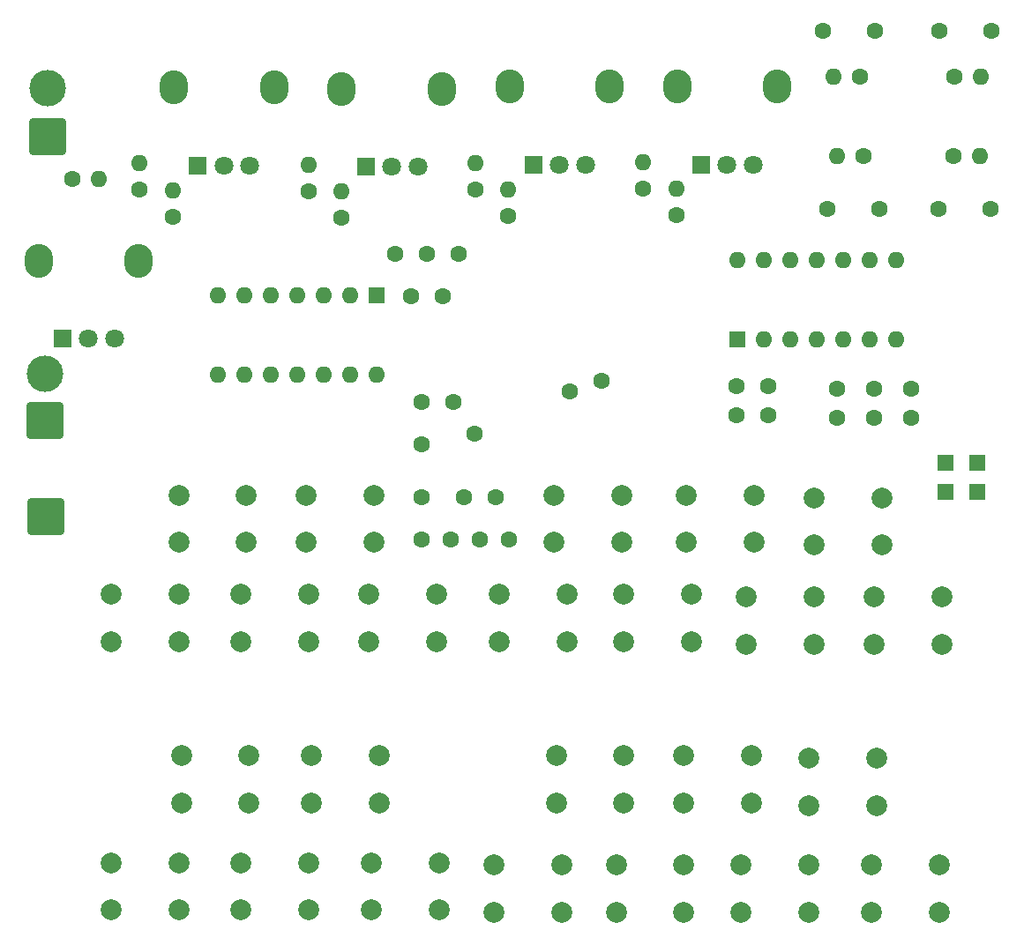
<source format=gbr>
%TF.GenerationSoftware,KiCad,Pcbnew,7.0.1-2.fc37*%
%TF.CreationDate,2023-04-06T11:21:41-04:00*%
%TF.ProjectId,synthesizer,73796e74-6865-4736-997a-65722e6b6963,rev?*%
%TF.SameCoordinates,Original*%
%TF.FileFunction,Soldermask,Bot*%
%TF.FilePolarity,Negative*%
%FSLAX46Y46*%
G04 Gerber Fmt 4.6, Leading zero omitted, Abs format (unit mm)*
G04 Created by KiCad (PCBNEW 7.0.1-2.fc37) date 2023-04-06 11:21:41*
%MOMM*%
%LPD*%
G01*
G04 APERTURE LIST*
G04 Aperture macros list*
%AMRoundRect*
0 Rectangle with rounded corners*
0 $1 Rounding radius*
0 $2 $3 $4 $5 $6 $7 $8 $9 X,Y pos of 4 corners*
0 Add a 4 corners polygon primitive as box body*
4,1,4,$2,$3,$4,$5,$6,$7,$8,$9,$2,$3,0*
0 Add four circle primitives for the rounded corners*
1,1,$1+$1,$2,$3*
1,1,$1+$1,$4,$5*
1,1,$1+$1,$6,$7*
1,1,$1+$1,$8,$9*
0 Add four rect primitives between the rounded corners*
20,1,$1+$1,$2,$3,$4,$5,0*
20,1,$1+$1,$4,$5,$6,$7,0*
20,1,$1+$1,$6,$7,$8,$9,0*
20,1,$1+$1,$8,$9,$2,$3,0*%
G04 Aperture macros list end*
%ADD10C,2.000000*%
%ADD11C,1.600000*%
%ADD12RoundRect,0.250000X-0.550000X-0.550000X0.550000X-0.550000X0.550000X0.550000X-0.550000X0.550000X0*%
%ADD13O,1.600000X1.600000*%
%ADD14R,1.600000X1.600000*%
%ADD15O,2.720000X3.240000*%
%ADD16R,1.800000X1.800000*%
%ADD17C,1.800000*%
%ADD18C,3.500000*%
%ADD19RoundRect,0.250002X-1.499998X-1.499998X1.499998X-1.499998X1.499998X1.499998X-1.499998X1.499998X0*%
G04 APERTURE END LIST*
D10*
%TO.C,F#_4*%
X79250000Y-105000000D03*
X85750000Y-105000000D03*
X79250000Y-109500000D03*
X85750000Y-109500000D03*
%TD*%
D11*
%TO.C,C_Sin1*%
X121145000Y-77470000D03*
X116145000Y-77470000D03*
%TD*%
D10*
%TO.C,D_3*%
X49250000Y-140250000D03*
X55750000Y-140250000D03*
X49250000Y-144750000D03*
X55750000Y-144750000D03*
%TD*%
D12*
%TO.C,3v3*%
X116840000Y-101854000D03*
%TD*%
D11*
%TO.C,R3*%
X42700000Y-78240000D03*
D13*
X42700000Y-75700000D03*
%TD*%
D14*
%TO.C,U2*%
X62230000Y-85725000D03*
D13*
X59690000Y-85725000D03*
X57150000Y-85725000D03*
X54610000Y-85725000D03*
X52070000Y-85725000D03*
X49530000Y-85725000D03*
X46990000Y-85725000D03*
X46990000Y-93345000D03*
X49530000Y-93345000D03*
X52070000Y-93345000D03*
X54610000Y-93345000D03*
X57150000Y-93345000D03*
X59690000Y-93345000D03*
X62230000Y-93345000D03*
%TD*%
D10*
%TO.C,A#_4*%
X104250000Y-105250000D03*
X110750000Y-105250000D03*
X104250000Y-109750000D03*
X110750000Y-109750000D03*
%TD*%
%TO.C,C_4*%
X36750000Y-114500000D03*
X43250000Y-114500000D03*
X36750000Y-119000000D03*
X43250000Y-119000000D03*
%TD*%
%TO.C,E_4*%
X61500000Y-114500000D03*
X68000000Y-114500000D03*
X61500000Y-119000000D03*
X68000000Y-119000000D03*
%TD*%
D11*
%TO.C,R2*%
X91000000Y-78045000D03*
D13*
X91000000Y-75505000D03*
%TD*%
D11*
%TO.C,40*%
X65532000Y-85852000D03*
%TD*%
%TO.C,20*%
X66600000Y-105156000D03*
%TD*%
D15*
%TO.C,R_Sine_Mix1*%
X42800000Y-65800000D03*
X52400000Y-65800000D03*
D16*
X45100000Y-73300000D03*
D17*
X47600000Y-73300000D03*
X50100000Y-73300000D03*
%TD*%
D11*
%TO.C,GND*%
X109982000Y-94742000D03*
%TD*%
%TO.C,GND*%
X113538000Y-97536000D03*
%TD*%
%TO.C,GND*%
X106426000Y-97536000D03*
%TD*%
%TO.C,24*%
X72136000Y-109220000D03*
%TD*%
%TO.C,R7*%
X58825000Y-78330000D03*
D13*
X58825000Y-75790000D03*
%TD*%
D11*
%TO.C,18*%
X66600000Y-96012000D03*
%TD*%
%TO.C,GND*%
X109982000Y-97536000D03*
%TD*%
D12*
%TO.C,3v3*%
X116840000Y-104648000D03*
%TD*%
D14*
%TO.C,U3*%
X96920000Y-90020000D03*
D13*
X99460000Y-90020000D03*
X102000000Y-90020000D03*
X104540000Y-90020000D03*
X107080000Y-90020000D03*
X109620000Y-90020000D03*
X112160000Y-90020000D03*
X112160000Y-82400000D03*
X109620000Y-82400000D03*
X107080000Y-82400000D03*
X104540000Y-82400000D03*
X102000000Y-82400000D03*
X99460000Y-82400000D03*
X96920000Y-82400000D03*
%TD*%
D10*
%TO.C,F#_3*%
X79500000Y-130000000D03*
X86000000Y-130000000D03*
X79500000Y-134500000D03*
X86000000Y-134500000D03*
%TD*%
D11*
%TO.C,16*%
X71628000Y-99060000D03*
%TD*%
%TO.C,NC*%
X99822000Y-94488000D03*
%TD*%
%TO.C,41*%
X70104000Y-81788000D03*
%TD*%
%TO.C,43*%
X64008000Y-81788000D03*
%TD*%
D10*
%TO.C,A_3*%
X97250000Y-140500000D03*
X103750000Y-140500000D03*
X97250000Y-145000000D03*
X103750000Y-145000000D03*
%TD*%
D11*
%TO.C,C_Saw1*%
X121245000Y-60325000D03*
X116245000Y-60325000D03*
%TD*%
%TO.C,R_Sq1*%
X108985000Y-72395000D03*
D13*
X106445000Y-72395000D03*
%TD*%
D10*
%TO.C,B_3*%
X109750000Y-140500000D03*
X116250000Y-140500000D03*
X109750000Y-145000000D03*
X116250000Y-145000000D03*
%TD*%
D15*
%TO.C,R_Triangle_Mix1*%
X75000000Y-65725000D03*
X84600000Y-65725000D03*
D16*
X77300000Y-73225000D03*
D17*
X79800000Y-73225000D03*
X82300000Y-73225000D03*
%TD*%
D10*
%TO.C,G#_3*%
X91750000Y-130000000D03*
X98250000Y-130000000D03*
X91750000Y-134500000D03*
X98250000Y-134500000D03*
%TD*%
%TO.C,A_4*%
X97750000Y-114750000D03*
X104250000Y-114750000D03*
X97750000Y-119250000D03*
X104250000Y-119250000D03*
%TD*%
%TO.C,G_3*%
X85250000Y-140500000D03*
X91750000Y-140500000D03*
X85250000Y-145000000D03*
X91750000Y-145000000D03*
%TD*%
D11*
%TO.C,4*%
X83820000Y-93980000D03*
%TD*%
D10*
%TO.C,F_3*%
X73500000Y-140500000D03*
X80000000Y-140500000D03*
X73500000Y-145000000D03*
X80000000Y-145000000D03*
%TD*%
D18*
%TO.C,GND*%
X30700000Y-65900000D03*
%TD*%
D11*
%TO.C,GND*%
X106426000Y-94742000D03*
%TD*%
%TO.C,NC*%
X96774000Y-94488000D03*
%TD*%
D10*
%TO.C,D#_4*%
X55500000Y-105000000D03*
X62000000Y-105000000D03*
X55500000Y-109500000D03*
X62000000Y-109500000D03*
%TD*%
%TO.C,E_3*%
X61750000Y-140250000D03*
X68250000Y-140250000D03*
X61750000Y-144750000D03*
X68250000Y-144750000D03*
%TD*%
D11*
%TO.C,19*%
X66600000Y-100076000D03*
%TD*%
D12*
%TO.C,3v3*%
X119888000Y-104648000D03*
%TD*%
D11*
%TO.C,23*%
X70612000Y-105156000D03*
%TD*%
%TO.C,26*%
X74930000Y-109220000D03*
%TD*%
%TO.C,R8*%
X55700000Y-75745000D03*
D13*
X55700000Y-73205000D03*
%TD*%
D11*
%TO.C,R_Saw1*%
X117700000Y-64770000D03*
D13*
X120240000Y-64770000D03*
%TD*%
D11*
%TO.C,R_Sin1*%
X117600000Y-72400000D03*
D13*
X120140000Y-72400000D03*
%TD*%
D11*
%TO.C,R1*%
X87800000Y-75540000D03*
D13*
X87800000Y-73000000D03*
%TD*%
D11*
%TO.C,R_T1*%
X108645000Y-64770000D03*
D13*
X106105000Y-64770000D03*
%TD*%
D10*
%TO.C,G_4*%
X86000000Y-114500000D03*
X92500000Y-114500000D03*
X86000000Y-119000000D03*
X92500000Y-119000000D03*
%TD*%
D11*
%TO.C,C_T1*%
X105100000Y-60325000D03*
X110100000Y-60325000D03*
%TD*%
%TO.C,R6*%
X71700000Y-75565000D03*
D13*
X71700000Y-73025000D03*
%TD*%
D11*
%TO.C,42*%
X67056000Y-81788000D03*
%TD*%
D10*
%TO.C,G#_4*%
X92000000Y-105000000D03*
X98500000Y-105000000D03*
X92000000Y-109500000D03*
X98500000Y-109500000D03*
%TD*%
%TO.C,D#_3*%
X56000000Y-130000000D03*
X62500000Y-130000000D03*
X56000000Y-134500000D03*
X62500000Y-134500000D03*
%TD*%
D15*
%TO.C,R_Volume1*%
X29800000Y-82425000D03*
X39400000Y-82425000D03*
D16*
X32100000Y-89925000D03*
D17*
X34600000Y-89925000D03*
X37100000Y-89925000D03*
%TD*%
D11*
%TO.C,R4*%
X39500000Y-75640000D03*
D13*
X39500000Y-73100000D03*
%TD*%
D19*
%TO.C,Audio Out*%
X30700000Y-70500000D03*
%TD*%
D18*
%TO.C,GND*%
X30400000Y-93300000D03*
%TD*%
D10*
%TO.C,C#_3*%
X43500000Y-130000000D03*
X50000000Y-130000000D03*
X43500000Y-134500000D03*
X50000000Y-134500000D03*
%TD*%
D15*
%TO.C,P_Square_Mix1*%
X91100000Y-65700000D03*
X100700000Y-65700000D03*
D16*
X93400000Y-73200000D03*
D17*
X95900000Y-73200000D03*
X98400000Y-73200000D03*
%TD*%
D10*
%TO.C,A#_3*%
X103750000Y-130250000D03*
X110250000Y-130250000D03*
X103750000Y-134750000D03*
X110250000Y-134750000D03*
%TD*%
%TO.C,B_4*%
X110000000Y-114750000D03*
X116500000Y-114750000D03*
X110000000Y-119250000D03*
X116500000Y-119250000D03*
%TD*%
D12*
%TO.C,3v3*%
X119888000Y-101854000D03*
%TD*%
D15*
%TO.C,R_Sawtooth_Mix1*%
X58900000Y-65925000D03*
X68500000Y-65925000D03*
D16*
X61200000Y-73425000D03*
D17*
X63700000Y-73425000D03*
X66200000Y-73425000D03*
%TD*%
D10*
%TO.C,C_3*%
X36750000Y-140250000D03*
X43250000Y-140250000D03*
X36750000Y-144750000D03*
X43250000Y-144750000D03*
%TD*%
%TO.C,D_4*%
X49250000Y-114500000D03*
X55750000Y-114500000D03*
X49250000Y-119000000D03*
X55750000Y-119000000D03*
%TD*%
D11*
%TO.C,GND*%
X113538000Y-94742000D03*
%TD*%
D19*
%TO.C,3.3v*%
X30500000Y-107000000D03*
%TD*%
D11*
%TO.C,R9*%
X33060000Y-74600000D03*
D13*
X35600000Y-74600000D03*
%TD*%
D11*
%TO.C,22*%
X69342000Y-109220000D03*
%TD*%
%TO.C,5*%
X80772000Y-94996000D03*
%TD*%
%TO.C,C_Sq1*%
X105490000Y-77470000D03*
X110490000Y-77470000D03*
%TD*%
D10*
%TO.C,C#_4*%
X43250000Y-105000000D03*
X49750000Y-105000000D03*
X43250000Y-109500000D03*
X49750000Y-109500000D03*
%TD*%
D11*
%TO.C,25*%
X73660000Y-105156000D03*
%TD*%
%TO.C,39*%
X68580000Y-85852000D03*
%TD*%
D10*
%TO.C,F_4*%
X74000000Y-114500000D03*
X80500000Y-114500000D03*
X74000000Y-119000000D03*
X80500000Y-119000000D03*
%TD*%
D11*
%TO.C,R5*%
X74900000Y-78165000D03*
D13*
X74900000Y-75625000D03*
%TD*%
D19*
%TO.C,9v*%
X30400000Y-97800000D03*
%TD*%
D11*
%TO.C,17*%
X69596000Y-96012000D03*
%TD*%
%TO.C,21*%
X66600000Y-109220000D03*
%TD*%
%TO.C,NC*%
X96774000Y-97282000D03*
%TD*%
%TO.C,NC*%
X99822000Y-97282000D03*
%TD*%
M02*

</source>
